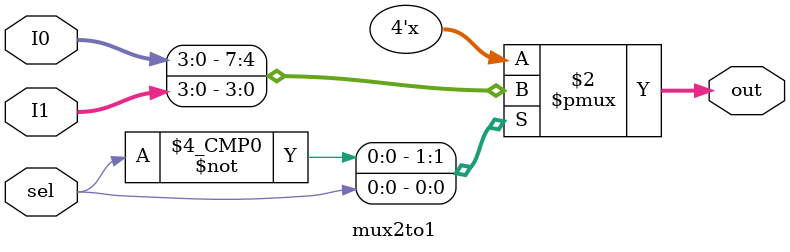
<source format=sv>
module mux2to1 (
	input logic [3:0] I0, I1,
	input logic [0:0] sel,
	output logic [3:0] out
);

always @(*) begin
	unique case (sel)
		1'b0:out = I0;
		1'b1:out = I1;
	endcase
end

endmodule
</source>
